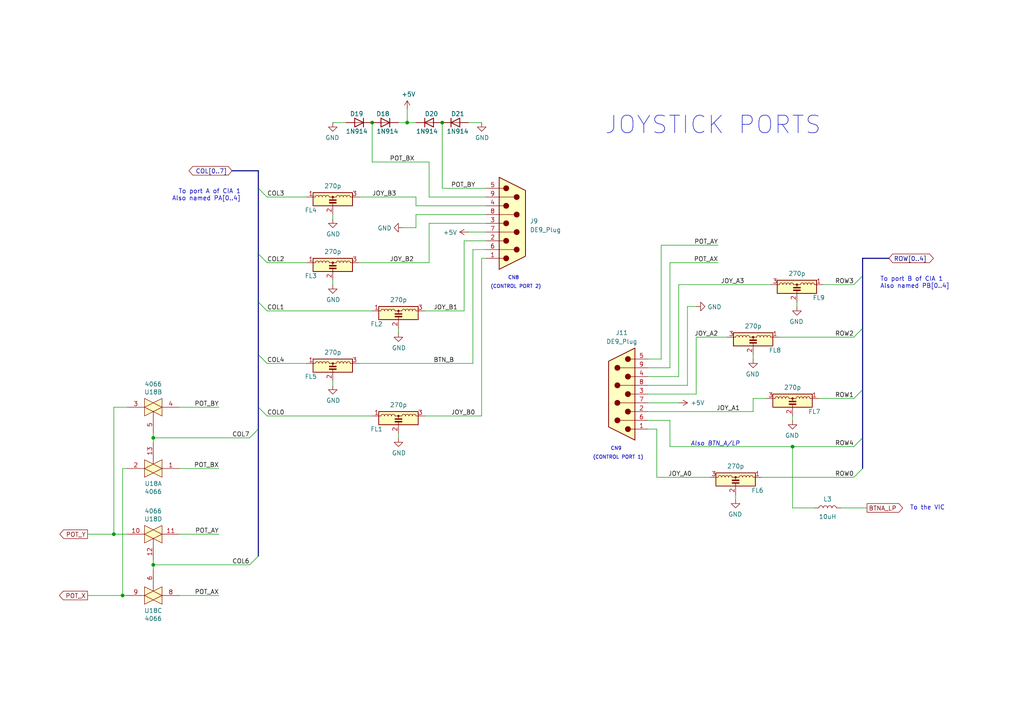
<source format=kicad_sch>
(kicad_sch (version 20230121) (generator eeschema)
  (paper "A4")
  (title_block (title "Commodore C64C - Assy 250469-01 Rev. A") (date "2023-04-02") (rev "2") (company "https://github.com/KicadRetroArchive") (comment 1 "KiCad schematic licensed under CERN-OHL-S") (comment 2 "WARNING: These schematics might contain errors!") (comment 3 "Author: Andrea Cisternino <andrea.cisternino@posteo.net>"))
  (lib_symbols
    (symbol "4xxx:4066" (pin_names (offset 1.016))
      (property "Reference" "U" (at -7.62 8.89 0))
      (property "Value" "4066" (at -7.62 -8.89 0))
      (symbol "4066_1_0"
        (polyline (pts (xy 0 1.27) (xy 0 2.54)) (stroke (width 0.1524)))
        (polyline (pts (xy -2.54 0) (xy 2.54 2.54) (xy 2.54 -2.54) (xy -2.54 0)) (fill (type background)))
        (polyline (pts (xy -2.54 2.54) (xy 2.54 0) (xy -2.54 -2.54) (xy -2.54 2.54)) (fill (type background)))
        (pin passive line (at -7.62 0 0) (length 5.08) (name "~") (number "1"))
        (pin input line (at 0 7.62 270) (length 5.08) (name "~") (number "13"))
        (pin passive line (at 7.62 0 180) (length 5.08) (name "~") (number "2"))
      )
      (symbol "4066_2_0"
        (polyline (pts (xy 0 1.27) (xy 0 2.54)) (stroke (width 0.1524)))
        (polyline (pts (xy -2.54 0) (xy 2.54 2.54) (xy 2.54 -2.54) (xy -2.54 0)) (fill (type background)))
        (polyline (pts (xy -2.54 2.54) (xy 2.54 0) (xy -2.54 -2.54) (xy -2.54 2.54)) (fill (type background)))
        (pin passive line (at 7.62 0 180) (length 5.08) (name "~") (number "3"))
        (pin passive line (at -7.62 0 0) (length 5.08) (name "~") (number "4"))
        (pin input line (at 0 7.62 270) (length 5.08) (name "~") (number "5"))
      )
      (symbol "4066_3_0"
        (polyline (pts (xy 0 1.27) (xy 0 2.54)) (stroke (width 0.1524)))
        (polyline (pts (xy -2.54 0) (xy 2.54 2.54) (xy 2.54 -2.54) (xy -2.54 0)) (fill (type background)))
        (polyline (pts (xy -2.54 2.54) (xy 2.54 0) (xy -2.54 -2.54) (xy -2.54 2.54)) (fill (type background)))
        (pin input line (at 0 7.62 270) (length 5.08) (name "~") (number "6"))
        (pin passive line (at -7.62 0 0) (length 5.08) (name "~") (number "8"))
        (pin passive line (at 7.62 0 180) (length 5.08) (name "~") (number "9"))
      )
      (symbol "4066_4_0"
        (polyline (pts (xy 0 1.27) (xy 0 2.54)) (stroke (width 0.1524)))
        (polyline (pts (xy -2.54 0) (xy 2.54 2.54) (xy 2.54 -2.54) (xy -2.54 0)) (fill (type background)))
        (polyline (pts (xy -2.54 2.54) (xy 2.54 0) (xy -2.54 -2.54) (xy -2.54 2.54)) (fill (type background)))
        (pin passive line (at 7.62 0 180) (length 5.08) (name "~") (number "10"))
        (pin passive line (at -7.62 0 0) (length 5.08) (name "~") (number "11"))
        (pin input line (at 0 7.62 270) (length 5.08) (name "~") (number "12"))
      )
      (symbol "4066_5_0"
        (pin power_in line (at 0 12.7 270) (length 5.08) (name "VDD") (number "14"))
        (pin power_in line (at 0 -12.7 90) (length 5.08) (name "VSS") (number "7"))
      )
      (symbol "4066_5_1"
        (rectangle (start -5.08 7.62) (end 5.08 -7.62) (stroke (width 0.254)) (fill (type background)))
      )
    )
    (symbol "Connector:DE9_Plug" (pin_names (offset 1.016) hide)
      (property "Reference" "J" (at 0 13.97 0))
      (property "Value" "DE9_Plug" (at 0 -14.605 0))
      (symbol "DE9_Plug_0_1"
        (circle (center -1.778 -10.16) (radius 0.762) (fill (type outline)))
        (circle (center -1.778 -5.08) (radius 0.762) (fill (type outline)))
        (circle (center -1.778 0) (radius 0.762) (fill (type outline)))
        (circle (center -1.778 5.08) (radius 0.762) (fill (type outline)))
        (circle (center -1.778 10.16) (radius 0.762) (fill (type outline)))
        (polyline (pts (xy -3.81 -10.16) (xy -2.54 -10.16)))
        (polyline (pts (xy -3.81 -7.62) (xy 0.508 -7.62)))
        (polyline (pts (xy -3.81 -5.08) (xy -2.54 -5.08)))
        (polyline (pts (xy -3.81 -2.54) (xy 0.508 -2.54)))
        (polyline (pts (xy -3.81 0) (xy -2.54 0)))
        (polyline (pts (xy -3.81 2.54) (xy 0.508 2.54)))
        (polyline (pts (xy -3.81 5.08) (xy -2.54 5.08)))
        (polyline (pts (xy -3.81 7.62) (xy 0.508 7.62)))
        (polyline (pts (xy -3.81 10.16) (xy -2.54 10.16)))
        (polyline (pts (xy -3.81 -13.335) (xy -3.81 13.335) (xy 3.81 9.525) (xy 3.81 -9.525) (xy -3.81 -13.335)) (stroke (width 0.254)) (fill (type background)))
        (circle (center 1.27 -7.62) (radius 0.762) (fill (type outline)))
        (circle (center 1.27 -2.54) (radius 0.762) (fill (type outline)))
        (circle (center 1.27 2.54) (radius 0.762) (fill (type outline)))
        (circle (center 1.27 7.62) (radius 0.762) (fill (type outline)))
      )
      (symbol "DE9_Plug_1_1"
        (pin passive line (at -7.62 -10.16 0) (length 3.81) (name "1") (number "1"))
        (pin passive line (at -7.62 -5.08 0) (length 3.81) (name "2") (number "2"))
        (pin passive line (at -7.62 0 0) (length 3.81) (name "3") (number "3"))
        (pin passive line (at -7.62 5.08 0) (length 3.81) (name "4") (number "4"))
        (pin passive line (at -7.62 10.16 0) (length 3.81) (name "5") (number "5"))
        (pin passive line (at -7.62 -7.62 0) (length 3.81) (name "6") (number "6"))
        (pin passive line (at -7.62 -2.54 0) (length 3.81) (name "7") (number "7"))
        (pin passive line (at -7.62 2.54 0) (length 3.81) (name "8") (number "8"))
        (pin passive line (at -7.62 7.62 0) (length 3.81) (name "9") (number "9"))
      )
    )
    (symbol "Device:Filter_EMI_LCL" (pin_names (offset 0.254) hide)
      (property "Reference" "FL" (at 0 6.985 0))
      (property "Value" "Filter_EMI_LCL" (at 0 5.08 0))
      (symbol "Filter_EMI_LCL_0_1"
        (rectangle (start -5.715 3.81) (end 5.715 0) (stroke (width 0.254)) (fill (type background)))
        (arc (start -4.064 2.54) (mid -4.572 3.0458) (end -5.08 2.54))
        (arc (start -3.048 2.54) (mid -3.556 3.0458) (end -4.064 2.54))
        (arc (start -2.032 2.54) (mid -2.54 3.0458) (end -3.048 2.54))
        (rectangle (start -1.016 0.762) (end 1.016 1.016) (fill (type outline)))
        (arc (start -1.016 2.54) (mid -1.524 3.0458) (end -2.032 2.54))
        (polyline (pts (xy -1.016 2.54) (xy 1.016 2.54)))
        (polyline (pts (xy 0 0.762) (xy 0 0)))
        (polyline (pts (xy 0 2.54) (xy 0 1.778)))
        (circle (center 0 2.54) (radius 0.254) (fill (type outline)))
        (rectangle (start 1.016 1.524) (end -1.016 1.778) (fill (type outline)))
        (arc (start 2.032 2.54) (mid 1.524 3.0458) (end 1.016 2.54))
        (arc (start 3.048 2.54) (mid 2.54 3.0458) (end 2.032 2.54))
        (arc (start 4.064 2.54) (mid 3.556 3.0458) (end 3.048 2.54))
        (arc (start 5.08 2.54) (mid 4.572 3.0458) (end 4.064 2.54))
      )
      (symbol "Filter_EMI_LCL_1_1"
        (pin passive line (at -7.62 2.54 0) (length 2.54) (name "1") (number "1"))
        (pin passive line (at 0 -2.54 90) (length 2.54) (name "2") (number "2"))
        (pin passive line (at 7.62 2.54 180) (length 2.54) (name "3") (number "3"))
      )
    )
    (symbol "Device:L" (pin_numbers hide) (pin_names (offset 1.016) hide)
      (property "Reference" "L" (at -1.27 0 90))
      (property "Value" "L" (at 1.905 0 90))
      (symbol "L_0_1"
        (arc (start 0 -2.54) (mid 0.6323 -1.905) (end 0 -1.27))
        (arc (start 0 -1.27) (mid 0.6323 -0.635) (end 0 0))
        (arc (start 0 0) (mid 0.6323 0.635) (end 0 1.27))
        (arc (start 0 1.27) (mid 0.6323 1.905) (end 0 2.54))
      )
      (symbol "L_1_1"
        (pin passive line (at 0 3.81 270) (length 1.27) (name "1") (number "1"))
        (pin passive line (at 0 -3.81 90) (length 1.27) (name "2") (number "2"))
      )
    )
    (symbol "Diode:1N914" (pin_numbers hide) (pin_names hide)
      (property "Reference" "D" (at 0 2.54 0))
      (property "Value" "1N914" (at 0 -2.54 0))
      (symbol "1N914_0_1"
        (polyline (pts (xy -1.27 1.27) (xy -1.27 -1.27)) (stroke (width 0.254)))
        (polyline (pts (xy 1.27 0) (xy -1.27 0)))
        (polyline (pts (xy 1.27 1.27) (xy 1.27 -1.27) (xy -1.27 0) (xy 1.27 1.27)) (stroke (width 0.254)))
      )
      (symbol "1N914_1_1"
        (pin passive line (at -3.81 0 0) (length 2.54) (name "K") (number "1"))
        (pin passive line (at 3.81 0 180) (length 2.54) (name "A") (number "2"))
      )
    )
    (symbol "power:+5V" (power) (pin_names (offset 0))
      (property "Value" "+5V" (at 0 3.556 0))
      (symbol "+5V_0_1"
        (polyline (pts (xy -0.762 1.27) (xy 0 2.54)))
        (polyline (pts (xy 0 0) (xy 0 2.54)))
        (polyline (pts (xy 0 2.54) (xy 0.762 1.27)))
      )
      (symbol "+5V_1_1"
        (pin power_in line (at 0 0 90) (length 0) hide (name "+5V") (number "1"))
      )
    )
    (symbol "power:GND" (power) (pin_names (offset 0))
      (property "Value" "GND" (at 0 -3.81 0))
      (symbol "GND_0_1"
        (polyline (pts (xy 0 0) (xy 0 -1.27) (xy 1.27 -1.27) (xy 0 -2.54) (xy -1.27 -1.27) (xy 0 -1.27)))
      )
      (symbol "GND_1_1"
        (pin power_in line (at 0 0 270) (length 0) hide (name "GND") (number "1"))
      )
    )
  )
  (junction (at 35.56 172.72))
  (junction (at 128.27 35.56))
  (junction (at 44.45 163.83))
  (junction (at 44.45 127))
  (junction (at 229.87 129.54))
  (junction (at 118.11 35.56))
  (junction (at 33.02 154.94))
  (junction (at 107.95 35.56))
  (bus_entry (at 247.65 115.57) (size 2.54 -2.54))
  (bus_entry (at 74.93 87.63) (size 2.54 2.54))
  (bus_entry (at 74.93 73.66) (size 2.54 2.54))
  (bus_entry (at 247.65 97.79) (size 2.54 -2.54))
  (bus_entry (at 247.65 82.55) (size 2.54 -2.54))
  (bus_entry (at 247.65 138.43) (size 2.54 -2.54))
  (bus_entry (at 74.93 118.11) (size 2.54 2.54))
  (bus_entry (at 74.93 102.87) (size 2.54 2.54))
  (bus_entry (at 247.65 129.54) (size 2.54 -2.54))
  (bus_entry (at 74.93 54.61) (size 2.54 2.54))
  (bus_entry (at 72.39 127) (size 2.54 -2.54))
  (bus_entry (at 74.93 161.29) (size -2.54 2.54))
  (wire (pts (xy 96.52 82.55) (xy 96.52 81.28)))
  (wire (pts (xy 137.16 72.39) (xy 137.16 105.41)))
  (wire (pts (xy 238.76 82.55) (xy 247.65 82.55)))
  (wire (pts (xy 194.31 76.2) (xy 208.28 76.2)))
  (wire (pts (xy 44.45 127) (xy 72.39 127)))
  (wire (pts (xy 140.97 74.93) (xy 139.7 74.93)))
  (wire (pts (xy 237.49 115.57) (xy 247.65 115.57)))
  (bus (pts (xy 74.93 49.53) (xy 67.31 49.53)))
  (wire (pts (xy 191.77 104.14) (xy 191.77 71.12)))
  (wire (pts (xy 190.5 124.46) (xy 190.5 138.43)))
  (wire (pts (xy 36.83 172.72) (xy 35.56 172.72)))
  (wire (pts (xy 124.46 57.15) (xy 124.46 46.99)))
  (wire (pts (xy 120.65 59.69) (xy 120.65 57.15)))
  (wire (pts (xy 187.96 121.92) (xy 194.31 121.92)))
  (wire (pts (xy 124.46 46.99) (xy 107.95 46.99)))
  (wire (pts (xy 124.46 57.15) (xy 140.97 57.15)))
  (wire (pts (xy 44.45 162.56) (xy 44.45 163.83)))
  (wire (pts (xy 196.85 109.22) (xy 187.96 109.22)))
  (wire (pts (xy 201.93 97.79) (xy 201.93 114.3)))
  (wire (pts (xy 140.97 59.69) (xy 120.65 59.69)))
  (wire (pts (xy 229.87 129.54) (xy 229.87 147.32)))
  (wire (pts (xy 128.27 35.56) (xy 128.27 54.61)))
  (wire (pts (xy 137.16 105.41) (xy 104.14 105.41)))
  (wire (pts (xy 120.65 62.23) (xy 120.65 66.04)))
  (wire (pts (xy 229.87 129.54) (xy 247.65 129.54)))
  (bus (pts (xy 74.93 102.87) (xy 74.93 118.11)))
  (wire (pts (xy 199.39 111.76) (xy 187.96 111.76)))
  (bus (pts (xy 74.93 124.46) (xy 74.93 161.29)))
  (wire (pts (xy 35.56 172.72) (xy 25.4 172.72)))
  (wire (pts (xy 220.98 138.43) (xy 247.65 138.43)))
  (wire (pts (xy 115.57 35.56) (xy 118.11 35.56)))
  (wire (pts (xy 88.9 76.2) (xy 77.47 76.2)))
  (wire (pts (xy 44.45 163.83) (xy 72.39 163.83)))
  (wire (pts (xy 52.07 118.11) (xy 63.5 118.11)))
  (wire (pts (xy 187.96 114.3) (xy 201.93 114.3)))
  (bus (pts (xy 74.93 54.61) (xy 74.93 73.66)))
  (wire (pts (xy 140.97 69.85) (xy 134.62 69.85)))
  (bus (pts (xy 74.93 49.53) (xy 74.93 54.61)))
  (bus (pts (xy 74.93 73.66) (xy 74.93 87.63)))
  (wire (pts (xy 196.85 82.55) (xy 196.85 109.22)))
  (bus (pts (xy 250.19 74.93) (xy 257.81 74.93)))
  (wire (pts (xy 124.46 76.2) (xy 104.14 76.2)))
  (wire (pts (xy 223.52 82.55) (xy 196.85 82.55)))
  (wire (pts (xy 247.65 97.79) (xy 226.06 97.79)))
  (wire (pts (xy 134.62 90.17) (xy 123.19 90.17)))
  (wire (pts (xy 33.02 118.11) (xy 33.02 154.94)))
  (wire (pts (xy 140.97 67.31) (xy 135.89 67.31)))
  (wire (pts (xy 33.02 154.94) (xy 25.4 154.94)))
  (bus (pts (xy 74.93 87.63) (xy 74.93 102.87)))
  (wire (pts (xy 120.65 57.15) (xy 104.14 57.15)))
  (wire (pts (xy 231.14 88.9) (xy 231.14 87.63)))
  (wire (pts (xy 52.07 135.89) (xy 63.5 135.89)))
  (wire (pts (xy 52.07 172.72) (xy 63.5 172.72)))
  (wire (pts (xy 52.07 154.94) (xy 63.5 154.94)))
  (wire (pts (xy 140.97 72.39) (xy 137.16 72.39)))
  (wire (pts (xy 36.83 154.94) (xy 33.02 154.94)))
  (wire (pts (xy 190.5 138.43) (xy 205.74 138.43)))
  (wire (pts (xy 107.95 46.99) (xy 107.95 35.56)))
  (wire (pts (xy 187.96 104.14) (xy 191.77 104.14)))
  (wire (pts (xy 96.52 63.5) (xy 96.52 62.23)))
  (wire (pts (xy 199.39 88.9) (xy 199.39 111.76)))
  (bus (pts (xy 250.19 95.25) (xy 250.19 113.03)))
  (wire (pts (xy 229.87 147.32) (xy 236.22 147.32)))
  (bus (pts (xy 250.19 127) (xy 250.19 135.89)))
  (wire (pts (xy 187.96 106.68) (xy 194.31 106.68)))
  (wire (pts (xy 199.39 88.9) (xy 201.93 88.9)))
  (wire (pts (xy 140.97 64.77) (xy 124.46 64.77)))
  (wire (pts (xy 100.33 35.56) (xy 96.52 35.56)))
  (wire (pts (xy 191.77 71.12) (xy 208.28 71.12)))
  (wire (pts (xy 243.84 147.32) (xy 251.46 147.32)))
  (bus (pts (xy 250.19 80.01) (xy 250.19 95.25)))
  (wire (pts (xy 120.65 35.56) (xy 118.11 35.56)))
  (bus (pts (xy 250.19 113.03) (xy 250.19 127)))
  (wire (pts (xy 187.96 119.38) (xy 218.44 119.38)))
  (wire (pts (xy 77.47 120.65) (xy 107.95 120.65)))
  (wire (pts (xy 120.65 62.23) (xy 140.97 62.23)))
  (wire (pts (xy 96.52 111.76) (xy 96.52 110.49)))
  (wire (pts (xy 139.7 74.93) (xy 139.7 120.65)))
  (wire (pts (xy 218.44 119.38) (xy 218.44 115.57)))
  (wire (pts (xy 134.62 69.85) (xy 134.62 90.17)))
  (wire (pts (xy 77.47 90.17) (xy 107.95 90.17)))
  (wire (pts (xy 118.11 35.56) (xy 118.11 31.75)))
  (wire (pts (xy 194.31 129.54) (xy 229.87 129.54)))
  (wire (pts (xy 88.9 105.41) (xy 77.47 105.41)))
  (wire (pts (xy 229.87 121.92) (xy 229.87 120.65)))
  (wire (pts (xy 218.44 104.14) (xy 218.44 102.87)))
  (wire (pts (xy 194.31 121.92) (xy 194.31 129.54)))
  (wire (pts (xy 44.45 125.73) (xy 44.45 127)))
  (wire (pts (xy 36.83 118.11) (xy 33.02 118.11)))
  (wire (pts (xy 128.27 54.61) (xy 140.97 54.61)))
  (wire (pts (xy 88.9 57.15) (xy 77.47 57.15)))
  (wire (pts (xy 120.65 66.04) (xy 116.84 66.04)))
  (wire (pts (xy 44.45 163.83) (xy 44.45 165.1)))
  (wire (pts (xy 124.46 64.77) (xy 124.46 76.2)))
  (wire (pts (xy 115.57 127) (xy 115.57 125.73)))
  (wire (pts (xy 115.57 96.52) (xy 115.57 95.25)))
  (wire (pts (xy 139.7 120.65) (xy 123.19 120.65)))
  (wire (pts (xy 135.89 35.56) (xy 139.7 35.56)))
  (wire (pts (xy 44.45 127) (xy 44.45 128.27)))
  (wire (pts (xy 196.85 116.84) (xy 187.96 116.84)))
  (bus (pts (xy 250.19 74.93) (xy 250.19 80.01)))
  (wire (pts (xy 218.44 115.57) (xy 222.25 115.57)))
  (wire (pts (xy 201.93 97.79) (xy 210.82 97.79)))
  (wire (pts (xy 213.36 144.78) (xy 213.36 143.51)))
  (bus (pts (xy 74.93 118.11) (xy 74.93 124.46)))
  (wire (pts (xy 36.83 135.89) (xy 35.56 135.89)))
  (wire (pts (xy 35.56 135.89) (xy 35.56 172.72)))
  (wire (pts (xy 194.31 76.2) (xy 194.31 106.68)))
  (wire (pts (xy 187.96 124.46) (xy 190.5 124.46)))
  (text "(CONTROL PORT 1)" (at 186.69 133.35 0) (effects (font (size 1.016 1.016)) (justify right bottom)))
  (text "(CONTROL PORT 2)" (at 142.24 83.82 0) (effects (font (size 1.016 1.016)) (justify left bottom)))
  (text "CN8" (at 147.32 81.28 0) (effects (font (size 1.016 1.016)) (justify left bottom)))
  (text "Also BTN_A/LP" (at 214.63 129.54 0) (effects (font (size 1.27 1.27) italic) (justify right bottom)))
  (text "To port B of CIA 1\nAlso named PB[0..4]" (at 255.27 83.82 0) (effects (font (size 1.27 1.27)) (justify left bottom)))
  (text "JOYSTICK PORTS" (at 175.26 39.37 0) (effects (font (size 5.08 5.08)) (justify left bottom)))
  (text "To port A of CIA 1\nAlso named PA[0..4]" (at 69.85 58.42 0) (effects (font (size 1.27 1.27)) (justify right bottom)))
  (text "CN9" (at 180.34 130.81 0) (effects (font (size 1.016 1.016)) (justify right bottom)))
  (text "To the VIC" (at 263.906 148.082 0) (effects (font (size 1.27 1.27)) (justify left bottom)))
  (label "BTN_B" (at 125.73 105.41 0))
  (label "ROW3" (at 247.65 82.55 180))
  (label "COL6" (at 72.39 163.83 180))
  (label "POT_AX" (at 208.28 76.2 180))
  (label "ROW0" (at 247.65 138.43 180))
  (label "JOY_A2" (at 208.28 97.79 180))
  (label "JOY_A3" (at 215.9 82.55 180))
  (label "JOY_A0" (at 200.66 138.43 180))
  (label "JOY_B0" (at 130.81 120.65 0))
  (label "POT_BX" (at 63.5 135.89 180))
  (label "ROW2" (at 247.65 97.79 180))
  (label "COL3" (at 77.47 57.15 0))
  (label "ROW1" (at 247.65 115.57 180))
  (label "COL4" (at 77.47 105.41 0))
  (label "POT_AY" (at 208.28 71.12 180))
  (label "POT_BY" (at 63.5 118.11 180))
  (label "COL2" (at 77.47 76.2 0))
  (label "POT_AY" (at 63.5 154.94 180))
  (label "ROW4" (at 247.65 129.54 180))
  (label "POT_AX" (at 63.5 172.72 180))
  (label "JOY_B2" (at 113.03 76.2 0))
  (label "POT_BY" (at 130.81 54.61 0))
  (label "COL7" (at 72.39 127 180))
  (label "COL1" (at 77.47 90.17 0))
  (label "JOY_B3" (at 107.95 57.15 0))
  (label "COL0" (at 77.47 120.65 0))
  (label "JOY_A1" (at 214.63 119.38 180))
  (label "JOY_B1" (at 125.73 90.17 0))
  (label "POT_BX" (at 113.03 46.99 0))
  (global_label "POT_Y" (shape output) (at 25.4 154.94 180) (property "Intersheetrefs" "${INTERSHEET_REFS}" (effects hide)))
  (global_label "POT_X" (shape output) (at 25.4 172.72 180) (property "Intersheetrefs" "${INTERSHEET_REFS}" (effects hide)))
  (global_label "BTNA_LP" (shape output) (at 251.46 147.32 0) (property "Intersheetrefs" "${INTERSHEET_REFS}" (effects hide)))
  (global_label "COL[0..7]" (shape bidirectional) (at 67.31 49.53 180) (property "Intersheetrefs" "${INTERSHEET_REFS}" (effects hide)))
  (global_label "ROW[0..4]" (shape bidirectional) (at 257.81 74.93 0) (property "Intersheetrefs" "${INTERSHEET_REFS}" (effects hide)))
  (symbol (lib_id "4xxx:4066") (at 44.45 135.89 0) (mirror y) (unit 1)
    (property "Reference" "U18" (at 44.45 140.2842 0))
    (property "Value" "4066" (at 44.45 142.5956 0))
    (property "Footprint" "Package_DIP:DIP-14_W7.62mm_Socket" (effects hide))
    (property "Datasheet" "http://www.ti.com/lit/ds/symlink/cd4066b.pdf" (effects hide))
  )
  (symbol (lib_id "4xxx:4066") (at 44.45 118.11 180) (unit 2)
    (property "Reference" "U18" (at 44.45 113.7158 0))
    (property "Value" "4066" (at 44.45 111.4044 0))
    (property "Footprint" "Package_DIP:DIP-14_W7.62mm_Socket" (effects hide))
    (property "Datasheet" "http://www.ti.com/lit/ds/symlink/cd4066b.pdf" (effects hide))
  )
  (symbol (lib_id "4xxx:4066") (at 44.45 172.72 0) (mirror y) (unit 3)
    (property "Reference" "U18" (at 44.45 177.1142 0))
    (property "Value" "4066" (at 44.45 179.4256 0))
    (property "Footprint" "Package_DIP:DIP-14_W7.62mm_Socket" (effects hide))
    (property "Datasheet" "http://www.ti.com/lit/ds/symlink/cd4066b.pdf" (effects hide))
  )
  (symbol (lib_id "4xxx:4066") (at 44.45 154.94 180) (unit 4)
    (property "Reference" "U18" (at 44.45 150.5458 0))
    (property "Value" "4066" (at 44.45 148.2344 0))
    (property "Footprint" "Package_DIP:DIP-14_W7.62mm_Socket" (effects hide))
    (property "Datasheet" "http://www.ti.com/lit/ds/symlink/cd4066b.pdf" (effects hide))
  )
  (symbol (lib_id "Device:Filter_EMI_LCL") (at 96.52 59.69 0) (unit 1)
    (property "Reference" "FL4" (at 90.17 60.96 0))
    (property "Value" "270p" (at 96.52 53.9496 0))
    (property "Footprint" "krl_Filter:LCL-Filter_2.8x8.5mm_P2.5mm" (effects hide))
    (property "Datasheet" "http://www.murata.com/~/media/webrenewal/support/library/catalog/products/emc/emifil/c31e.ashx?la=en-gb" (effects hide))
  )
  (symbol (lib_id "Device:Filter_EMI_LCL") (at 96.52 78.74 0) (unit 1)
    (property "Reference" "FL3" (at 90.17 80.01 0))
    (property "Value" "270p" (at 96.52 72.9996 0))
    (property "Footprint" "krl_Filter:LCL-Filter_2.8x8.5mm_P2.5mm" (effects hide))
    (property "Datasheet" "http://www.murata.com/~/media/webrenewal/support/library/catalog/products/emc/emifil/c31e.ashx?la=en-gb" (effects hide))
  )
  (symbol (lib_id "Device:Filter_EMI_LCL") (at 96.52 107.95 0) (unit 1)
    (property "Reference" "FL5" (at 90.17 109.22 0))
    (property "Value" "270p" (at 96.52 102.2096 0))
    (property "Footprint" "krl_Filter:LCL-Filter_2.8x8.5mm_P2.5mm" (effects hide))
    (property "Datasheet" "http://www.murata.com/~/media/webrenewal/support/library/catalog/products/emc/emifil/c31e.ashx?la=en-gb" (effects hide))
  )
  (symbol (lib_id "Device:Filter_EMI_LCL") (at 115.57 123.19 0) (unit 1)
    (property "Reference" "FL1" (at 109.22 124.46 0))
    (property "Value" "270p" (at 115.57 117.4496 0))
    (property "Footprint" "krl_Filter:LCL-Filter_2.8x8.5mm_P2.5mm" (effects hide))
    (property "Datasheet" "http://www.murata.com/~/media/webrenewal/support/library/catalog/products/emc/emifil/c31e.ashx?la=en-gb" (effects hide))
  )
  (symbol (lib_id "Device:Filter_EMI_LCL") (at 115.57 92.71 0) (unit 1)
    (property "Reference" "FL2" (at 109.22 93.98 0))
    (property "Value" "270p" (at 115.57 86.9696 0))
    (property "Footprint" "krl_Filter:LCL-Filter_2.8x8.5mm_P2.5mm" (effects hide))
    (property "Datasheet" "http://www.murata.com/~/media/webrenewal/support/library/catalog/products/emc/emifil/c31e.ashx?la=en-gb" (effects hide))
  )
  (symbol (lib_id "power:GND") (at 116.84 66.04 270) (unit 1)
    (property "Reference" "#PWR0117" (effects hide))
    (property "Value" "GND" (at 113.5888 66.167 90) (effects (justify right)))
  )
  (symbol (lib_id "power:GND") (at 96.52 63.5 0) (unit 1)
    (property "Reference" "#PWR0118" (effects hide))
    (property "Value" "GND" (at 96.647 67.8942 0))
  )
  (symbol (lib_id "power:GND") (at 96.52 82.55 0) (unit 1)
    (property "Reference" "#PWR0119" (effects hide))
    (property "Value" "GND" (at 96.647 86.9442 0))
  )
  (symbol (lib_id "power:GND") (at 115.57 96.52 0) (unit 1)
    (property "Reference" "#PWR0120" (effects hide))
    (property "Value" "GND" (at 115.697 100.9142 0))
  )
  (symbol (lib_id "power:GND") (at 115.57 127 0) (unit 1)
    (property "Reference" "#PWR0122" (effects hide))
    (property "Value" "GND" (at 115.697 131.3942 0))
  )
  (symbol (lib_id "power:+5V") (at 135.89 67.31 90) (unit 1)
    (property "Reference" "#PWR0123" (effects hide))
    (property "Value" "+5V" (at 132.588 67.437 90) (effects (justify left)))
  )
  (symbol (lib_id "Diode:1N914") (at 111.76 35.56 0) (mirror y) (unit 1)
    (property "Reference" "D18" (at 113.03 33.02 0) (effects (justify left)))
    (property "Value" "1N914" (at 115.57 38.1 0) (effects (justify left)))
    (property "Footprint" "Diode_THT:D_DO-35_SOD27_P7.62mm_Horizontal" (effects hide))
    (property "Datasheet" "http://www.vishay.com/docs/85622/1n914.pdf" (effects hide))
  )
  (symbol (lib_id "Diode:1N914") (at 104.14 35.56 0) (mirror y) (unit 1)
    (property "Reference" "D19" (at 105.41 33.02 0) (effects (justify left)))
    (property "Value" "1N914" (at 106.68 38.1 0) (effects (justify left)))
    (property "Footprint" "Diode_THT:D_DO-35_SOD27_P7.62mm_Horizontal" (effects hide))
    (property "Datasheet" "http://www.vishay.com/docs/85622/1n914.pdf" (effects hide))
  )
  (symbol (lib_id "power:GND") (at 96.52 35.56 0) (mirror y) (unit 1)
    (property "Reference" "#PWR0124" (effects hide))
    (property "Value" "GND" (at 96.393 39.9542 0))
  )
  (symbol (lib_id "Diode:1N914") (at 124.46 35.56 0) (unit 1)
    (property "Reference" "D20" (at 123.19 33.02 0) (effects (justify left)))
    (property "Value" "1N914" (at 120.65 38.1 0) (effects (justify left)))
    (property "Footprint" "Diode_THT:D_DO-35_SOD27_P7.62mm_Horizontal" (effects hide))
    (property "Datasheet" "http://www.vishay.com/docs/85622/1n914.pdf" (effects hide))
  )
  (symbol (lib_id "Diode:1N914") (at 132.08 35.56 0) (unit 1)
    (property "Reference" "D21" (at 130.81 33.02 0) (effects (justify left)))
    (property "Value" "1N914" (at 129.54 38.1 0) (effects (justify left)))
    (property "Footprint" "Diode_THT:D_DO-35_SOD27_P7.62mm_Horizontal" (effects hide))
    (property "Datasheet" "http://www.vishay.com/docs/85622/1n914.pdf" (effects hide))
  )
  (symbol (lib_id "power:GND") (at 139.7 35.56 0) (unit 1)
    (property "Reference" "#PWR0125" (effects hide))
    (property "Value" "GND" (at 139.827 39.9542 0))
  )
  (symbol (lib_id "power:+5V") (at 118.11 31.75 0) (unit 1)
    (property "Reference" "#PWR0126" (effects hide))
    (property "Value" "+5V" (at 118.491 27.3558 0))
  )
  (symbol (lib_id "Device:Filter_EMI_LCL") (at 213.36 140.97 0) (mirror y) (unit 1)
    (property "Reference" "FL6" (at 219.71 142.24 0))
    (property "Value" "270p" (at 213.36 135.2296 0))
    (property "Footprint" "krl_Filter:LCL-Filter_2.8x8.5mm_P2.5mm" (effects hide))
    (property "Datasheet" "http://www.murata.com/~/media/webrenewal/support/library/catalog/products/emc/emifil/c31e.ashx?la=en-gb" (effects hide))
  )
  (symbol (lib_id "power:GND") (at 213.36 144.78 0) (mirror y) (unit 1)
    (property "Reference" "#PWR0127" (effects hide))
    (property "Value" "GND" (at 213.233 149.1742 0))
  )
  (symbol (lib_id "Device:Filter_EMI_LCL") (at 229.87 118.11 0) (mirror y) (unit 1)
    (property "Reference" "FL7" (at 236.22 119.38 0))
    (property "Value" "270p" (at 229.87 112.3696 0))
    (property "Footprint" "krl_Filter:LCL-Filter_2.8x8.5mm_P2.5mm" (effects hide))
    (property "Datasheet" "http://www.murata.com/~/media/webrenewal/support/library/catalog/products/emc/emifil/c31e.ashx?la=en-gb" (effects hide))
  )
  (symbol (lib_id "Device:Filter_EMI_LCL") (at 218.44 100.33 0) (mirror y) (unit 1)
    (property "Reference" "FL8" (at 224.79 101.6 0))
    (property "Value" "270p" (at 218.44 94.5896 0))
    (property "Footprint" "krl_Filter:LCL-Filter_2.8x8.5mm_P2.5mm" (effects hide))
    (property "Datasheet" "http://www.murata.com/~/media/webrenewal/support/library/catalog/products/emc/emifil/c31e.ashx?la=en-gb" (effects hide))
  )
  (symbol (lib_id "Device:L") (at 240.03 147.32 270) (mirror x) (unit 1)
    (property "Reference" "L3" (at 240.03 144.78 90))
    (property "Value" "10uH" (at 240.03 149.86 90))
    (property "Footprint" "250469-01:L_Radial_L7.5mm_W3mm_P5.00mm_Kemet_SBT-02" (effects hide))
  )
  (symbol (lib_id "power:GND") (at 229.87 121.92 0) (mirror y) (unit 1)
    (property "Reference" "#PWR0128" (effects hide))
    (property "Value" "GND" (at 229.743 126.3142 0))
  )
  (symbol (lib_id "power:+5V") (at 196.85 116.84 270) (mirror x) (unit 1)
    (property "Reference" "#PWR0129" (effects hide))
    (property "Value" "+5V" (at 200.279 116.84 90) (effects (justify left)))
  )
  (symbol (lib_id "power:GND") (at 218.44 104.14 0) (mirror y) (unit 1)
    (property "Reference" "#PWR0130" (effects hide))
    (property "Value" "GND" (at 218.313 108.5342 0))
  )
  (symbol (lib_id "power:GND") (at 201.93 88.9 90) (mirror x) (unit 1)
    (property "Reference" "#PWR0131" (effects hide))
    (property "Value" "GND" (at 205.1812 89.027 90) (effects (justify right)))
  )
  (symbol (lib_id "Device:Filter_EMI_LCL") (at 231.14 85.09 0) (mirror y) (unit 1)
    (property "Reference" "FL9" (at 237.49 86.36 0))
    (property "Value" "270p" (at 231.14 79.3496 0))
    (property "Footprint" "krl_Filter:LCL-Filter_2.8x8.5mm_P2.5mm" (effects hide))
    (property "Datasheet" "http://www.murata.com/~/media/webrenewal/support/library/catalog/products/emc/emifil/c31e.ashx?la=en-gb" (effects hide))
  )
  (symbol (lib_id "power:GND") (at 231.14 88.9 0) (mirror y) (unit 1)
    (property "Reference" "#PWR0132" (effects hide))
    (property "Value" "GND" (at 231.013 93.2942 0))
  )
  (symbol (lib_id "power:GND") (at 96.52 111.76 0) (unit 1)
    (property "Reference" "#PWR0121" (effects hide))
    (property "Value" "GND" (at 96.647 116.1542 0))
  )
  (symbol (lib_id "Connector:DE9_Plug") (at 180.34 114.3 0) (mirror y) (unit 1)
    (property "Reference" "J11" (at 180.34 96.52 0))
    (property "Value" "DE9_Plug" (at 180.34 99.06 0))
    (property "Datasheet" " ~" (effects hide))
  )
  (symbol (lib_id "Connector:DE9_Plug") (at 148.59 64.77 0) (unit 1)
    (property "Reference" "J9" (at 153.67 64.135 0) (effects (justify left)))
    (property "Value" "DE9_Plug" (at 153.67 66.675 0) (effects (justify left)))
    (property "Datasheet" " ~" (effects hide))
  )
)
</source>
